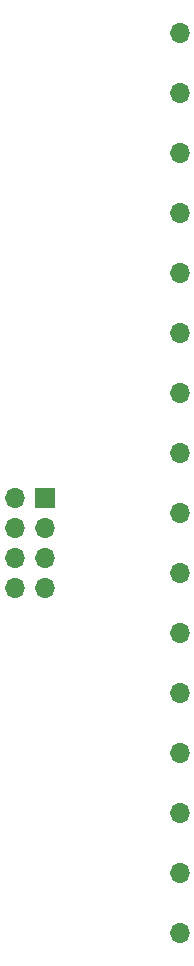
<source format=gbr>
%TF.GenerationSoftware,KiCad,Pcbnew,8.0.4-8.0.4-0~ubuntu22.04.1*%
%TF.CreationDate,2024-08-07T20:42:49+03:00*%
%TF.ProjectId,PM-DI16-DC24sink-front,504d2d44-4931-4362-9d44-43323473696e,rev?*%
%TF.SameCoordinates,Original*%
%TF.FileFunction,Soldermask,Top*%
%TF.FilePolarity,Negative*%
%FSLAX46Y46*%
G04 Gerber Fmt 4.6, Leading zero omitted, Abs format (unit mm)*
G04 Created by KiCad (PCBNEW 8.0.4-8.0.4-0~ubuntu22.04.1) date 2024-08-07 20:42:49*
%MOMM*%
%LPD*%
G01*
G04 APERTURE LIST*
%ADD10O,1.700000X1.700000*%
%ADD11R,1.700000X1.700000*%
G04 APERTURE END LIST*
D10*
%TO.C,D9*%
X77470000Y-97790000D03*
%TD*%
%TO.C,J1*%
X63500000Y-104140000D03*
X66040000Y-104140000D03*
X63500000Y-101600000D03*
X66040000Y-101600000D03*
X63500000Y-99060000D03*
X66040000Y-99060000D03*
X63500000Y-96520000D03*
D11*
X66040000Y-96520000D03*
%TD*%
D10*
%TO.C,D14*%
X77470000Y-123190000D03*
%TD*%
%TO.C,D6*%
X77470000Y-82550000D03*
%TD*%
%TO.C,D2*%
X77470000Y-62230000D03*
%TD*%
%TO.C,D12*%
X77470000Y-113030000D03*
%TD*%
%TO.C,D5*%
X77470000Y-77470000D03*
%TD*%
%TO.C,D7*%
X77470000Y-87630000D03*
%TD*%
%TO.C,D4*%
X77470000Y-72390000D03*
%TD*%
%TO.C,D3*%
X77470000Y-67310000D03*
%TD*%
%TO.C,D10*%
X77470000Y-102870000D03*
%TD*%
%TO.C,D13*%
X77470000Y-118110000D03*
%TD*%
%TO.C,D1*%
X77470000Y-57150000D03*
%TD*%
%TO.C,D11*%
X77470000Y-107950000D03*
%TD*%
%TO.C,D16*%
X77470000Y-133350000D03*
%TD*%
%TO.C,D8*%
X77470000Y-92710000D03*
%TD*%
%TO.C,D15*%
X77470000Y-128270000D03*
%TD*%
M02*

</source>
